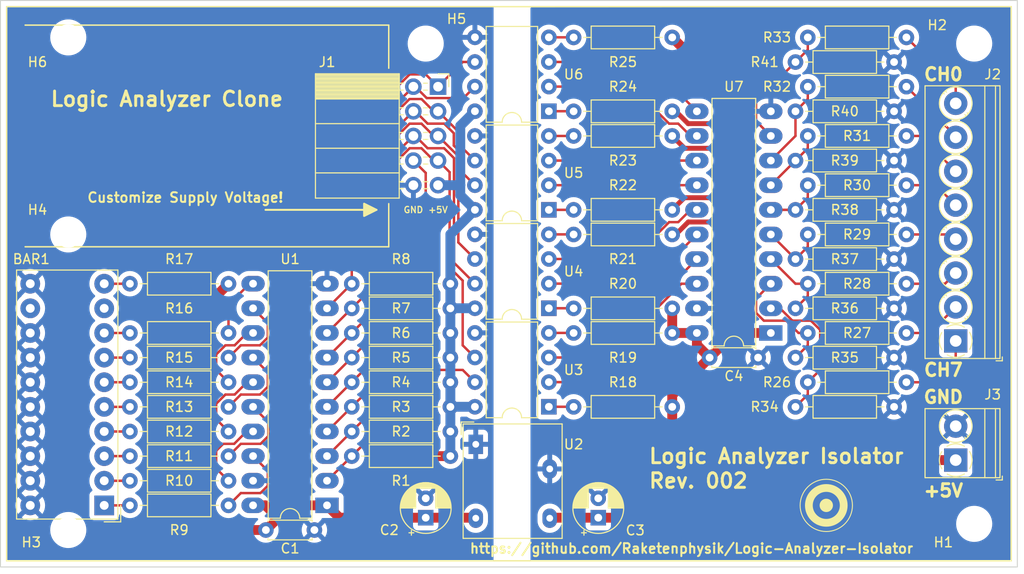
<source format=kicad_pcb>
(kicad_pcb (version 20211014) (generator pcbnew)
  (title_block (title "Logic Analyzer Isolator") (date "2021-12-29") (rev "001"))
  (layers (0 "F.Cu" signal) (31 "B.Cu" signal) (34 "B.Paste" user) (35 "F.Paste" user) (36 "B.SilkS" user "B.Silkscreen") (37 "F.SilkS" user "F.Silkscreen") (38 "B.Mask" user) (39 "F.Mask" user) (44 "Edge.Cuts" user))
  (net 0 "")
  (net 1 "Net-(BAR1-Pad1)")
  (net 2 "Net-(BAR1-Pad2)")
  (net 3 "Net-(BAR1-Pad3)")
  (net 4 "Net-(BAR1-Pad4)")
  (net 5 "GND")
  (net 6 "Net-(BAR1-Pad5)")
  (net 7 "Net-(BAR1-Pad6)")
  (net 8 "Net-(BAR1-Pad7)")
  (net 9 "Net-(BAR1-Pad8)")
  (net 11 "Net-(BAR1-Pad10)")
  (net 13 "+5V")
  (net 14 "+5VD")
  (net 15 "GNDD")
  (net 16 "Net-(J2-Pad8)")
  (net 17 "Net-(R10-Pad2)")
  (net 18 "Net-(R12-Pad2)")
  (net 19 "Net-(R14-Pad2)")
  (net 20 "Net-(R16-Pad2)")
  (net 21 "Net-(R9-Pad2)")
  (net 22 "Net-(R18-Pad2)")
  (net 23 "Net-(R19-Pad2)")
  (net 24 "Net-(R20-Pad2)")
  (net 25 "Net-(R21-Pad2)")
  (net 26 "Net-(R22-Pad2)")
  (net 27 "Net-(R24-Pad2)")
  (net 28 "Net-(R26-Pad2)")
  (net 29 "Net-(R27-Pad2)")
  (net 30 "Net-(R28-Pad2)")
  (net 31 "Net-(R29-Pad2)")
  (net 32 "Net-(R30-Pad2)")
  (net 33 "Net-(R31-Pad2)")
  (net 34 "Net-(R32-Pad2)")
  (net 35 "Net-(R33-Pad2)")
  (net 36 "Net-(R23-Pad2)")
  (net 37 "/CH0")
  (net 38 "/CH1")
  (net 39 "/CH2")
  (net 40 "/CH3")
  (net 41 "/CH4")
  (net 42 "Net-(J2-Pad1)")
  (net 43 "Net-(J2-Pad2)")
  (net 44 "Net-(J2-Pad3)")
  (net 45 "Net-(J2-Pad4)")
  (net 46 "Net-(J2-Pad5)")
  (net 47 "Net-(J2-Pad6)")
  (net 48 "Net-(J2-Pad7)")
  (net 49 "Net-(R25-Pad2)")
  (net 50 "/CH5")
  (net 51 "/CH6")
  (net 52 "Net-(R11-Pad2)")
  (net 53 "Net-(R13-Pad2)")
  (net 54 "Net-(R15-Pad2)")
  (net 55 "Net-(U3-Pad2)")
  (net 56 "Net-(U3-Pad3)")
  (net 57 "Net-(U4-Pad2)")
  (net 58 "Net-(U4-Pad3)")
  (net 59 "Net-(U5-Pad2)")
  (net 60 "Net-(U5-Pad3)")
  (net 61 "Net-(U6-Pad2)")
  (net 62 "Net-(U6-Pad3)")
  (net 63 "/CH7")
  (footprint "LIB_Logic-Analyzer-Isolator:R_Axial_DIN0207_L6.3mm_D2.5mm_P10.16mm_Horizontal" (layer "F.Cu") (at 109.22 106.68)
    (fp_text reference "R15")
    (fp_text value "330..390")
  )
  (footprint "MountingHole:MountingHole_2.7mm_M2.5" (layer "F.Cu") (at 196.215 74.295)
    (fp_text reference "H2")
    (fp_text value "MountingHole")
  )
  (footprint "LIB_Logic-Analyzer-Isolator:R_Axial_DIN0207_L6.3mm_D2.5mm_P10.16mm_Horizontal" (layer "F.Cu") (at 165.1 83.82 180)
    (fp_text reference "R23")
    (fp_text value "330..470")
  )
  (footprint "MountingHole:MountingHole_2.7mm_M2.5" (layer "F.Cu") (at 196.215 123.825)
    (fp_text reference "H1")
    (fp_text value "MountingHole")
  )
  (footprint "LIB_Logic-Analyzer-Isolator:R_Axial_DIN0207_L6.3mm_D2.5mm_P10.16mm_Horizontal" (layer "F.Cu") (at 189.23 73.66 180)
    (fp_text reference "R33")
    (fp_text value "1k")
  )
  (footprint "LIB_Logic-Analyzer-Isolator:R_Axial_DIN0207_L6.3mm_D2.5mm_P10.16mm_Horizontal" (layer "F.Cu") (at 165.1 81.28 180)
    (fp_text reference "R24")
    (fp_text value "330..470")
  )
  (footprint "LIB_Logic-Analyzer-Isolator:R_Axial_DIN0207_L6.3mm_D2.5mm_P10.16mm_Horizontal" (layer "F.Cu") (at 165.1 101.6 180)
    (fp_text reference "R20")
    (fp_text value "330..470")
  )
  (footprint "LIB_Logic-Analyzer-Isolator:R_Axial_DIN0207_L6.3mm_D2.5mm_P10.16mm_Horizontal" (layer "F.Cu") (at 109.22 121.92)
    (fp_text reference "R9")
    (fp_text value "330..390")
  )
  (footprint "LIB_Logic-Analyzer-Isolator:R_Axial_DIN0207_L6.3mm_D2.5mm_P10.16mm_Horizontal" (layer "F.Cu") (at 187.96 91.44 180)
    (fp_text reference "R38")
    (fp_text value "1M")
  )
  (footprint "LIB_Logic-Analyzer-Isolator:R_Axial_DIN0207_L6.3mm_D2.5mm_P10.16mm_Horizontal" (layer "F.Cu") (at 165.1 104.14 180)
    (fp_text reference "R19")
    (fp_text value "330..470")
  )
  (footprint "TerminalBlock_Phoenix:TerminalBlock_Phoenix_PT-1,5-8-3.5-H_1x08_P3.50mm_Horizontal" (layer "F.Cu") (at 194.31 104.9604 90)
    (fp_text reference "J2")
    (fp_text value "Conn_01x08")
  )
  (footprint "LIB_Logic-Analyzer-Isolator:R_Axial_DIN0207_L6.3mm_D2.5mm_P10.16mm_Horizontal" (layer "F.Cu") (at 132.08 101.6)
    (fp_text reference "R7")
    (fp_text value "1k")
  )
  (footprint "TerminalBlock_Phoenix:TerminalBlock_Phoenix_PT-1,5-2-3.5-H_1x02_P3.50mm_Horizontal" (layer "F.Cu") (at 194.31 117.25 90)
    (fp_text reference "J3")
    (fp_text value "Conn_01x02")
  )
  (footprint "LIB_Logic-Analyzer-Isolator:C_Disc_D4.3mm_W1.9mm_P5.00mm" (layer "F.Cu") (at 168.95 106.68)
    (fp_text reference "C4")
    (fp_text value "100n")
  )
  (footprint "Connector_PinSocket_2.54mm:PinSocket_2x05_P2.54mm_Horizontal" (layer "F.Cu") (at 140.97 78.74)
    (fp_text reference "J1")
    (fp_text value "Conn_02x05")
  )
  (footprint "LIB_Logic-Analyzer-Isolator:R_Axial_DIN0207_L6.3mm_D2.5mm_P10.16mm_Horizontal" (layer "F.Cu") (at 109.22 104.14)
    (fp_text reference "R16")
    (fp_text value "330..390")
  )
  (footprint "LIB_Logic-Analyzer-Isolator:R_Axial_DIN0207_L6.3mm_D2.5mm_P10.16mm_Horizontal" (layer "F.Cu") (at 187.96 101.6 180)
    (fp_text reference "R36")
    (fp_text value "1M")
  )
  (footprint "LIB_Logic-Analyzer-Isolator:R_Axial_DIN0207_L6.3mm_D2.5mm_P10.16mm_Horizontal" (layer "F.Cu") (at 109.22 109.22)
    (fp_text reference "R14")
    (fp_text value "330..390")
  )
  (footprint "LIB_Logic-Analyzer-Isolator:R_Axial_DIN0207_L6.3mm_D2.5mm_P10.16mm_Horizontal" (layer "F.Cu") (at 132.08 114.3)
    (fp_text reference "R2")
    (fp_text value "1k")
  )
  (footprint "LIB_Logic-Analyzer-Isolator:C_Disc_D4.3mm_W1.9mm_P5.00mm" (layer "F.Cu") (at 123.23 124.46)
    (fp_text reference "C1")
    (fp_text value "100n")
  )
  (footprint "Display:HDSP-4830" (layer "F.Cu") (at 106.5725 121.92 180)
    (fp_text reference "BAR1")
    (fp_text value "HDSP-4830")
  )
  (footprint "LIB_Logic-Analyzer-Isolator:R_Axial_DIN0207_L6.3mm_D2.5mm_P10.16mm_Horizontal" (layer "F.Cu") (at 187.96 81.28 180)
    (fp_text reference "R40")
    (fp_text value "1M")
  )
  (footprint "LIB_Logic-Analyzer-Isolator:R_Axial_DIN0207_L6.3mm_D2.5mm_P10.16mm_Horizontal" (layer "F.Cu") (at 189.23 88.9 180)
    (fp_text reference "R30")
    (fp_text value "1k")
  )
  (footprint "MountingHole:MountingHole_2.7mm_M2.5" (layer "F.Cu") (at 102.87 73.66)
    (fp_text reference "H6")
    (fp_text value "MountingHole")
  )
  (footprint "Capacitor_THT:CP_Radial_D5.0mm_P2.00mm" (layer "F.Cu") (at 157.48 123.19 90)
    (fp_text reference "C3")
    (fp_text value "47u")
  )
  (footprint "LIB_Logic-Analyzer-Isolator:R_Axial_DIN0207_L6.3mm_D2.5mm_P10.16mm_Horizontal" (layer "F.Cu") (at 132.08 99.06)
    (fp_text reference "R8")
    (fp_text value "1k")
  )
  (footprint "Capacitor_THT:CP_Radial_D5.0mm_P2.00mm" (layer "F.Cu") (at 139.7 123.19 90)
    (fp_text reference "C2")
    (fp_text value "47u")
  )
  (footprint "LIB_Logic-Analyzer-Isolator:R_Axial_DIN0207_L6.3mm_D2.5mm_P10.16mm_Horizontal" (layer "F.Cu") (at 109.22 116.84)
    (fp_text reference "R11")
    (fp_text value "330..390")
  )
  (footprint "LIB_Logic-Analyzer-Isolator:R_Axial_DIN0207_L6.3mm_D2.5mm_P10.16mm_Horizontal" (layer "F.Cu") (at 132.08 104.14)
    (fp_text reference "R6")
    (fp_text value "1k")
  )
  (footprint "Converter_DCDC:Converter_DCDC_Murata_CRE1xxxxxxDC_THT" (layer "F.Cu") (at 144.8575 115.6225)
    (fp_text reference "U2")
    (fp_text value "SIM1-0505S")
  )
  (footprint "LIB_Logic-Analyzer-Isolator:R_Axial_DIN0207_L6.3mm_D2.5mm_P10.16mm_Horizontal" (layer "F.Cu") (at 132.08 111.76)
    (fp_text reference "R3")
    (fp_text value "1k")
  )
  (footprint "LIB_Logic-Analyzer-Isolator:DIP-8_W7.62mm" (layer "F.Cu") (at 152.39 81.27 180)
    (fp_text reference "U6")
    (fp_text value "HCPL-2631")
  )
  (footprint "LIB_Logic-Analyzer-Isolator:R_Axial_DIN0207_L6.3mm_D2.5mm_P10.16mm_Horizontal" (layer "F.Cu") (at 165.1 93.98 180)
    (fp_text reference "R21")
    (fp_text value "330..470")
  )
  (footprint "LIB_Logic-Analyzer-Isolator:R_Axial_DIN0207_L6.3mm_D2.5mm_P10.16mm_Horizontal" (layer "F.Cu") (at 189.23 93.98 180)
    (fp_text reference "R29")
    (fp_text value "1k")
  )
  (footprint "LIB_Logic-Analyzer-Isolator:R_Axial_DIN0207_L6.3mm_D2.5mm_P10.16mm_Horizontal" (layer "F.Cu") (at 132.08 109.22)
    (fp_text reference "R4")
    (fp_text value "1k")
  )
  (footprint "LIB_Logic-Analyzer-Isolator:R_Axial_DIN0207_L6.3mm_D2.5mm_P10.16mm_Horizontal" (layer "F.Cu") (at 189.23 109.22 180)
    (fp_text reference "R26")
    (fp_text value "1k")
  )
  (footprint "LIB_Logic-Analyzer-Isolator:R_Axial_DIN0207_L6.3mm_D2.5mm_P10.16mm_Horizontal" (layer "F.Cu") (at 187.96 106.68 180)
    (fp_text reference "R35")
    (fp_text value "1M")
  )
  (footprint "LIB_Logic-Analyzer-Isolator:DIP-8_W7.62mm" (layer "F.Cu") (at 152.39 101.59 180)
    (fp_text reference "U4")
    (fp_text value "HCPL-2631")
  )
  (footprint "LIB_Logic-Analyzer-Isolator:R_Axial_DIN0207_L6.3mm_D2.5mm_P10.16mm_Horizontal" (layer "F.Cu") (at 189.23 78.74 180)
    (fp_text reference "R32")
    (fp_text value "1k")
  )
  (footprint "LIB_Logic-Analyzer-Isolator:R_Axial_DIN0207_L6.3mm_D2.5mm_P10.16mm_Horizontal" (layer "F.Cu") (at 109.22 119.38)
    (fp_text reference "R10")
    (fp_text value "330..390")
  )
  (footprint "LIB_Logic-Analyzer-Isolator:R_Axial_DIN0207_L6.3mm_D2.5mm_P10.16mm_Horizontal" (layer "F.Cu") (at 109.22 99.06)
    (fp_text reference "R17")
    (fp_text value "330..390")
  )
  (footprint "LIB_Logic-Analyzer-Isolator:R_Axial_DIN0207_L6.3mm_D2.5mm_P10.16mm_Horizontal" (layer "F.Cu") (at 187.96 76.2 180)
    (fp_text reference "R41")
    (fp_text value "1M")
  )
  (footprint "LIB_Logic-Analyzer-Isolator:R_Axial_DIN0207_L6.3mm_D2.5mm_P10.16mm_Horizontal" (layer "F.Cu") (at 189.23 99.06 180)
    (fp_text reference "R28")
    (fp_text value "1k")
  )
  (footprint "LIB_Logic-Analyzer-Isolator:R_Axial_DIN0207_L6.3mm_D2.5mm_P10.16mm_Horizontal" (layer "F.Cu") (at 165.1 91.44 180)
    (fp_text reference "R22")
    (fp_text value "330..470")
  )
  (footprint "LIB_Logic-Analyzer-Isolator:DIP-20_W7.62mm_LongPads" (layer "F.Cu") (at 175.26 104.14 180)
    (fp_text reference "U7")
    (fp_text value "74HC245")
  )
  (footprint "MountingHole:MountingHole_2.7mm_M2.5" (layer "F.Cu") (at 102.87 93.98)
    (fp_text reference "H4")
    (fp_text value "MountingHole")
  )
  (footprint "LIB_Logic-Analyzer-Isolator:R_Axial_DIN0207_L6.3mm_D2.5mm_P10.16mm_Horizontal" (layer "F.Cu") (at 187.96 96.52 180)
    (fp_text reference "R37")
    (fp_text value "1M")
  )
  (footprint "LIB_Logic-Analyzer-Isolator:R_Axial_DIN0207_L6.3mm_D2.5mm_P10.16mm_Horizontal" (layer "F.Cu") (at 109.22 111.76)
    (fp_text reference "R13")
    (fp_text value "330..390")
  )
  (footprint "MountingHole:MountingHole_2.7mm_M2.5" (layer "F.Cu") (at 139.7 74.295)
    (fp_text reference "H5")
    (fp_text value "MountingHole")
  )
  (footprint "LIB_Logic-Analyzer-Isolator:DIP-8_W7.62mm" (layer "F.Cu") (at 152.39 111.75 180)
    (fp_text reference "U3")
    (fp_text value "HCPL-2631")
  )
  (footprint "LIB_Logic-Analyzer-Isolator:R_Axial_DIN0207_L6.3mm_D2.5mm_P10.16mm_Horizontal" (layer "F.Cu") (at 165.1 73.66 180)
    (fp_text reference "R25")
    (fp_text value "330..470")
  )
  (footprint "LIB_Logic-Analyzer-Isolator:R_Axial_DIN0207_L6.3mm_D2.5mm_P10.16mm_Horizontal" (layer "F.Cu") (at 132.08 106.68)
    (fp_text reference "R5")
    (fp_text value "1k")
  )
  (footprint "MountingHole:MountingHole_2.7mm_M2.5" (layer "F.Cu") (at 102.87 124.46)
    (fp_text reference "H3")
    (fp_text value "MountingHole")
  )
  (footprint "LIB_Logic-Analyzer-Isolator:R_Axial_DIN0207_L6.3mm_D2.5mm_P10.16mm_Horizontal" (layer "F.Cu") (at 132.08 116.84)
    (fp_text reference "R1")
    (fp_text value "1k")
  )
  (footprint "LIB_Logic-Analyzer-Isolator:R_Axial_DIN0207_L6.3mm_D2.5mm_P10.16mm_Horizontal" (layer "F.Cu") (at 189.23 104.14 180)
    (fp_text reference "R27")
    (fp_text value "1k")
  )
  (footprint "LIB_Logic-Analyzer-Isolator:DIP-20_W7.62mm_LongPads" (layer "F.Cu") (at 129.53 121.915 180)
    (fp_text reference "U1")
    (fp_text value "74HC245")
  )
  (footprint "LIB_Logic-Analyzer-Isolator:R_Axial_DIN0207_L6.3mm_D2.5mm_P10.16mm_Horizontal" (layer "F.Cu") (at 187.96 86.36 180)
    (fp_text reference "R39")
    (fp_text value "1M")
  )
  (footprint "LIB_Logic-Analyzer-Isolator:R_Axial_DIN0207_L6.3mm_D2.5mm_P10.16mm_Horizontal" (layer "F.Cu") (at 187.96 111.76 180)
    (fp_text reference "R34")
    (fp_text value "1M")
  )
  (footprint "LIB_Logic-Analyzer-Isolator:R_Axial_DIN0207_L6.3mm_D2.5mm_P10.16mm_Horizontal" (layer "F.Cu") (at 165.1 111.76 180)
    (fp_text reference "R18")
    (fp_text value "330..470")
  )
  (footprint "LIB_Logic-Analyzer-Isolator:R_Axial_DIN0207_L6.3mm_D2.5mm_P10.16mm_Horizontal" (layer "F.Cu") (at 109.22 114.3)
    (fp_text reference "R12")
    (fp_text value "330..390")
  )
  (footprint "LIB_Logic-Analyzer-Isolator:DIP-8_W7.62mm" (layer "F.Cu") (at 152.39 91.44 180)
    (fp_text reference "U5")
    (fp_text value "HCPL-2631")
  )
  (footprint "LIB_Logic-Analyzer-Isolator:R_Axial_DIN0207_L6.3mm_D2.5mm_P10.16mm_Horizontal" (layer "F.Cu") (at 189.23 83.82 180)
    (fp_text reference "R31")
    (fp_text value "1k")
  )
  (gr_poly (pts (xy 134.62 91.44) (xy 133.35 92.075) (xy 133.35 90.805)) (layer "F.SilkS") (width 0.2) (fill solid))
  (gr_line (start 200.025 127.635) (end 96.52 127.635) (layer "F.SilkS") (width 0.15))
  (gr_line (start 200.025 70.485) (end 200.025 127.635) (layer "F.SilkS") (width 0.15))
  (gr_circle (center 180.975 121.92) (end 181.562153 121.92) (layer "F.SilkS") (width 0.2) (fill solid))
  (gr_line (start 98.425 72.39) (end 135.89 72.39) (layer "F.SilkS") (width 0.15))
  (gr_line (start 96.52 127.635) (end 96.52 70.485) (layer "F.SilkS") (width 0.15))
  (gr_line (start 135.89 72.39) (end 135.89 76.835) (layer "F.SilkS") (width 0.15))
  (gr_line (start 135.89 95.25) (end 135.89 90.805) (layer "F.SilkS") (width 0.15))
  (gr_circle (center 180.975 121.92) (end 183.669077 121.92) (layer "F.SilkS") (width 0.1) (fill none))
  (gr_line (start 98.425 95.25) (end 135.89 95.25) (layer "F.SilkS") (width 0.15))
  (gr_line (start 123.19 91.44) (end 134.62 91.44) (layer "F.SilkS") (width 0.2))
  (gr_line (start 96.52 70.485) (end 200.025 70.485) (layer "F.SilkS") (width 0.15))
  (gr_circle (center 180.975 121.92) (end 182.771051 121.92) (layer "F.SilkS") (width 0.8) (fill none))
  (gr_rect (start 200.66 128.27) (end 95.885 69.85) (layer "Edge.Cuts") (width 0.1) (fill none))
  (gr_text "Logic Analyzer Isolator" (at 162.56 116.84) (layer "F.SilkS") (effects (font (size 1.5 1.5) (thickness 0.3)) (justify left)))
  (gr_text "CH7" (at 193.04 107.95) (layer "F.SilkS") (effects (font (size 1.3 1.3) (thickness 0.3))))
  (gr_text "+5V" (at 140.97 91.44) (layer "F.SilkS") (effects (font (size 0.65 0.65) (thickness 0.125))))
  (gr_text "Logic Analyzer Clone" (at 113.03 80.01) (layer "F.SilkS") (effects (font (size 1.5 1.5) (thickness 0.3))))
  (gr_text "CH0" (at 193.04 77.47) (layer "F.SilkS") (effects (font (size 1.3 1.3) (thickness 0.3))))
  (gr_text "https://github.com/Raketenphysik/Logic-Analyzer-Isolator" (at 144.145 126.365) (layer "F.SilkS") (effects (font (size 1 1) (thickness 0.2)) (justify left)))
  (gr_text "Customize Supply Voltage!" (at 114.935 90.17) (layer "F.SilkS") (effects (font (size 1 1) (thickness 0.2))))
  (gr_text "GND" (at 138.43 91.44) (layer "F.SilkS") (effects (font (size 0.65 0.65) (thickness 0.125))))
  (gr_text "+5V" (at 193.04 120.396) (layer "F.SilkS") (effects (font (size 1.3 1.3) (thickness 0.3))))
  (gr_text "Rev. 002" (at 162.56 119.38) (layer "F.SilkS") (effects (font (size 1.5 1.5) (thickness 0.3)) (justify left)))
  (gr_text "GND" (at 193.04 110.744) (layer "F.SilkS") (effects (font (size 1.3 1.3) (thickness 0.3))))
  (segment (start 106.5725 121.92) (end 109.22 121.92) (width 0.25) (layer "F.Cu") (net 1))
  (segment (start 106.5725 119.38) (end 109.22 119.38) (width 0.25) (layer "F.Cu") (net 2))
  (segment (start 106.5725 116.84) (end 109.22 116.84) (width 0.25) (layer "F.Cu") (net 3))
  (segment (start 106.5725 114.3) (end 109.22 114.3) (width 0.25) (layer "F.Cu") (net 4))
  (segment (start 106.5725 111.76) (end 109.22 111.76) (width 0.25) (layer "F.Cu") (net 6))
  (segment (start 106.5725 109.22) (end 109.22 109.22) (width 0.25) (layer "F.Cu") (net 7))
  (segment (start 106.5725 106.68) (end 109.22 106.68) (width 0.25) (layer "F.Cu") (net 8))
  (segment (start 106.5725 104.14) (end 109.22 104.14) (width 0.25) (layer "F.Cu") (net 9))
  (segment (start 106.5725 99.06) (end 109.22 99.06) (width 0.25) (layer "F.Cu") (net 11))
  (segment (start 119.38 99.06) (end 116.909498 101.530502) (width 1.016) (layer "F.Cu") (net 13))
  (segment (start 123.185 121.915) (end 124.48 123.21) (width 1.016) (layer "F.Cu") (net 13))
  (segment (start 129.529992 121.914996) (end 125.775009 121.914996) (width 1.016) (layer "F.Cu") (net 13))
  (segment (start 144.8575 123.19) (end 139.7 123.19) (width 1.016) (layer "F.Cu") (net 13))
  (segment (start 142.24 116.84) (end 139.410208 116.84) (width 1.016) (layer "F.Cu") (net 13))
  (segment (start 116.909498 122.33414) (end 119.035358 124.46) (width 1.016) (layer "F.Cu") (net 13))
  (segment (start 124.48 123.21) (end 123.23 124.46) (width 1.016) (layer "F.Cu") (net 13))
  (segment (start 130.805 123.19) (end 129.53 121.915) (width 1.016) (layer "F.Cu") (net 13))
  (segment (start 136.20914 123.19) (end 139.7 123.19) (width 1.016) (layer "F.Cu") (net 13))
  (segment (start 139.410208 116.84) (end 135.735514 120.514694) (width 1.016) (layer "F.Cu") (net 13))
  (segment (start 130.805 123.19) (end 136.20914 123.19) (width 1.016) (layer "F.Cu") (net 13))
  (segment (start 116.909498 101.530502) (end 116.909498 122.33414) (width 1.016) (layer "F.Cu") (net 13))
  (segment (start 119.035358 124.46) (end 123.23 124.46) (width 1.016) (layer "F.Cu") (net 13))
  (segment (start 135.735514 120.514694) (end 135.735514 122.716374) (width 1.016) (layer "F.Cu") (net 13))
  (segment (start 121.91 121.915) (end 123.185 121.915) (width 1.016) (layer "F.Cu") (net 13))
  (segment (start 125.775 121.915) (end 124.48 123.21) (width 1.016) (layer "F.Cu") (net 13))
  (segment (start 142.24 116.84) (end 142.24 114.3) (width 1.016) (layer "B.Cu") (net 13))
  (segment (start 142.24 106.68) (end 142.24 104.14) (width 1.016) (layer "B.Cu") (net 13))
  (segment (start 142.24 99.06) (end 142.24 93.97) (width 1.016) (layer "B.Cu") (net 13))
  (segment (start 142.25 101.59) (end 142.24 101.6) (width 0.25) (layer "B.Cu") (net 13))
  (segment (start 144.77 111.75) (end 142.25 111.75) (width 1.016) (layer "B.Cu") (net 13))
  (segment (start 142.24 111.76) (end 142.24 109.22) (width 1.016) (layer "B.Cu") (net 13))
  (segment (start 142.24 93.97) (end 144.77 91.44) (width 1.016) (layer "B.Cu") (net 13))
  (segment (start 142.24 101.6) (end 142.24 99.06) (width 1.016) (layer "B.Cu") (net 13))
  (segment (start 143.262489 82.777511) (end 144.77 81.27) (width 1.016) (layer "B.Cu") (net 13))
  (segment (start 144.77 91.44) (end 143.262489 89.932489) (width 1.016) (layer "B.Cu") (net 13))
  (segment (start 142.24 104.14) (end 142.24 101.6) (width 1.016) (layer "B.Cu") (net 13))
  (segment (start 140.97 88.9) (end 143.242466 88.9) (width 1.016) (layer "B.Cu") (net 13))
  (segment (start 144.769992 101.589992) (end 142.250008 101.589992) (width 1.016) (layer "B.Cu") (net 13))
  (segment (start 143.262489 88.879977) (end 143.262489 82.777511) (width 1.016) (layer "B.Cu") (net 13))
  (segment (start 142.24 109.22) (end 142.24 106.68) (width 1.016) (layer "B.Cu") (net 13))
  (segment (start 143.262489 89.932489) (end 143.262489 88.879977) (width 1.016) (layer "B.Cu") (net 13))
  (segment (start 143.242466 88.9) (end 143.262489 88.879977) (width 1.016) (layer "B.Cu") (net 13))
  (segment (start 142.24 114.3) (end 142.24 111.76) (width 1.016) (layer "B.Cu") (net 13))
  (segment (start 171.45 104.1) (end 171.49 104.14) (width 1.016) (layer "F.Cu") (net 14))
  (segment (start 194.31 117.25) (end 166.78 117.25) (width 1.016) (layer "F.Cu") (net 14))
  (segment (start 171.45 90.883697) (end 171.45 92.097672) (width 1.016) (layer "F.Cu") (net 14))
  (segment (start 166.35352 90.18648) (end 170.815 90.18648) (width 0.508) (layer "F.Cu") (net 14))
  (segment (start 170.815 90.248697) (end 171.45 90.883697) (width 1.016) (layer "F.Cu") (net 14))
  (segment (start 167.64 105.37) (end 168.95 106.68) (width 1.016) (layer "F.Cu") (net 14))
  (segment (start 171.45 92.097672) (end 170.815 92.732672) (width 1.016) (layer "F.Cu") (net 14))
  (segment (start 165.1 81.28) (end 165.467256 81.28) (width 0.508) (layer "F.Cu") (net 14))
  (segment (start 165.1 73.66) (end 171.45 80.01) (width 1.016) (layer "F.Cu") (net 14))
  (segment (start 171.49 104.14) (end 168.95 106.68) (width 1.016) (layer "F.Cu") (net 14))
  (segment (start 165.1 101.6) (end 165.1 104.14) (width 1.016) (layer "F.Cu") (net 14))
  (segment (start 171.45 81.915) (end 170.815 82.55) (width 1.016) (layer "F.Cu") (net 14))
  (segment (start 166.753099 92.694157) (end 170.799157 92.694157) (width 0.508) (layer "F.Cu") (net 14))
  (segment (start 165.467256 81.28) (end 166.737256 82.55) (width 0.508) (layer "F.Cu") (net 14))
  (segment (start 165.1 111.76) (end 165.1 110.53) (width 1.016) (layer "F.Cu") (net 14))
  (segment (start 165.1 91.44) (end 166.35352 90.18648) (width 0.508) (layer "F.Cu") (net 14))
  (segment (start 170.815 82.55) (end 171.45 83.185) (width 1.016) (layer "F.Cu") (net 14))
  (segment (start 160.84 123.19) (end 166.78 117.25) (width 1.016) (layer "F.Cu") (net 14))
  (segment (start 171.45 84.455) (end 170.815 85.09) (width 1.016) (layer "F.Cu") (net 14))
  (segment (start 170.815 85.09) (end 171.45 85.725) (width 1.016) (layer "F.Cu") (net 14))
  (segment (start 165.1 110.53) (end 168.95 106.68) (width 1.016) (layer "F.Cu") (net 14))
  (segment (start 167.64 104.14) (end 167.64 105.37) (width 1.016) (layer "F.Cu") (net 14))
  (segment (start 165.1 83.82) (end 166.37 85.09) (width 0.508) (layer "F.Cu") (net 14))
  (segment (start 170.815 92.71) (end 171.45 93.345) (width 1.016) (layer "F.Cu") (net 14))
  (segment (start 171.45 83.185) (end 171.45 84.455) (width 1.016) (layer "F.Cu") (net 14))
  (segment (start 165.1 115.57) (end 165.1 111.76) (width 1.016) (layer "F.Cu") (net 14))
  (segment (start 157.48 123.19) (end 160.84 123.19) (width 1.016) (layer "F.Cu") (net 14))
  (segment (start 166.78 117.25) (end 165.1 115.57) (width 1.016) (layer "F.Cu") (net 14))
  (segment (start 165.467256 93.98) (end 166.753099 92.694157) (width 0.508) (layer "F.Cu") (net 14))
  (segment (start 166.737256 82.55) (end 170.815 82.55) (width 0.508) (layer "F.Cu") (net 14))
  (segment (start 171.45 93.345) (end 171.45 104.1) (width 1.016) (layer "F.Cu") (net 14))
  (segment (start 171.45 89.542117) (end 170.815 90.177117) (width 1.016) (layer "F.Cu") (net 14))
  (segment (start 175.26 104.14) (end 171.49 104.14) (width 1.016) (layer "F.Cu") (net 14))
  (segment (start 171.45 85.725) (end 171.45 89.542117) (width 1.016) (layer "F.Cu") (net 14))
  (segment (start 171.45 80.01) (end 171.45 81.915) (width 1.016) (layer "F.Cu") (net 14))
  (segment (start 165.1 93.98) (end 165.467256 93.98) (width 0.508) (layer "F.Cu") (net 14))
  (segment (start 166.37 85.09) (end 170.815 85.09) (width 0.508) (layer "F.Cu") (net 14))
  (segment (start 165.1 104.14) (end 167.64 104.14) (width 1.016) (layer "F.Cu") (net 14))
  (segment (start 157.48 123.19) (end 152.4775 123.19) (width 1.016) (layer "F.Cu") (net 14))
  (segment (start 194.31 80.4604) (end 194.31 78.74) (width 0.25) (layer "F.Cu") (net 16))
  (segment (start 194.31 78.74) (end 189.23 73.66) (width 0.25) (layer "F.Cu") (net 16))
  (segment (start 118.11 118.11) (end 118.11 116.29171) (width 0.25) (layer "F.Cu") (net 17))
  (segment (start 119.38 119.38) (end 118.11 118.11) (width 0.25) (layer "F.Cu") (net 17))
  (segment (start 118.11 116.29171) (end 118.83171 115.57) (width 0.25) (layer "F.Cu") (net 17))
  (segment (start 121.241134 114.294996) (end 121.909992 114.294996) (width 0.25) (layer "F.Cu") (net 17))
  (segment (start 118.83171 115.57) (end 119.966144 115.57) (width 0.25) (layer "F.Cu") (net 17))
  (segment (start 119.966144 115.57) (end 121.241144 114.295) (width 0.25) (layer "F.Cu") (net 17))
  (segment (start 118.11 113.03) (end 118.11 111.4397) (width 0.25) (layer "F.Cu") (net 18))
  (segment (start 120.014282 110.49) (end 121.289282 109.215) (width 0.25) (layer "F.Cu") (net 18))
  (segment (start 121.289293 109.214996) (end 121.909992 109.214996) (width 0.25) (layer "F.Cu") (net 18))
  (segment (start 118.11 111.4397) (end 119.0597 110.49) (width 0.25) (layer "F.Cu") (net 18))
  (segment (start 119.38 114.3) (end 118.11 113.03) (width 0.25) (layer "F.Cu") (net 18))
  (segment (start 119.0597 110.49) (end 120.014282 110.49) (width 0.25) (layer "F.Cu") (net 18))
  (segment (start 120.014282 105.41) (end 121.289282 104.135) (width 0.25) (layer "F.Cu") (net 19))
  (segment (start 118.11 107.95) (end 118.11 106.3597) (width 0.25) (layer "F.Cu") (net 19))
  (segment (start 119.0597 105.41) (end 120.014282 105.41) (width 0.25) (layer "F.Cu") (net 19))
  (segment (start 119.38 109.22) (end 118.11 107.95) (width 0.25) (layer "F.Cu") (net 19))
  (segment (start 121.289293 104.134996) (end 121.909992 104.134996) (width 0.25) (layer "F.Cu") (net 19))
  (segment (start 118.11 106.3597) (end 119.0597 105.41) (width 0.25) (layer "F.Cu") (net 19))
  (segment (start 119.38 104.14) (end 119.38 101.232344) (width 0.25) (layer "F.Cu") (net 20))
  (segment (start 119.38 101.232344) (end 121.557344 99.055) (width 0.25) (layer "F.Cu") (net 20))
  (segment (start 121.557344 99.055) (end 121.91 99.055) (width 0.25) (layer "F.Cu") (net 20))
  (segment (start 119.38 121.92) (end 120.65 120.65) (width 0.25) (layer "F.Cu") (net 21))
  (segment (start 123.43452 118.35952) (end 121.91 116.835) (width 0.25) (layer "F.Cu") (net 21))
  (segment (start 123.43452 119.885821) (end 123.43452 118.35952) (width 0.25) (layer "F.Cu") (net 21))
  (segment (start 120.65 120.65) (end 122.670341 120.65) (width 0.25) (layer "F.Cu") (net 21))
  (segment (start 122.670341 120.65) (end 123.43452 119.885821) (width 0.25) (layer "F.Cu") (net 21))
  (segment (start 152.39 111.75) (end 154.93 111.75) (width 0.25) (layer "F.Cu") (net 22))
  (segment (start 152.39 104.13) (end 154.93 104.13) (width 0.25) (layer "F.Cu") (net 23))
  (segment (start 152.39 101.59) (end 154.93 101.59) (width 0.25) (layer "F.Cu") (net 24))
  (segment (start 152.39 93.97) (end 154.93 93.97) (width 0.25) (layer "F.Cu") (net 25))
  (segment (start 152.39 91.44) (end 154.94 91.44) (width 0.25) (layer "F.Cu") (net 26))
  (segment (start 152.39 81.27) (end 154.93 81.27) (width 0.25) (layer "F.Cu") (net 27))
  (segment (start 177.8 111.76) (end 179.07 110.49) (width 0.25) (layer "F.Cu") (net 28))
  (segment (start 176.2097 101.6) (end 177.4797 102.87) (width 0.25) (layer "F.Cu") (net 28))
  (segment (start 175.26 101.6) (end 176.209706 101.6) (width 0.25) (layer "F.Cu") (net 28))
  (segment (start 180.34 103.8197) (end 180.34 107.95) (width 0.25) (layer "F.Cu") (net 28))
  (segment (start 177.4797 102.87) (end 179.3903 102.87) (width 0.25) (layer "F.Cu") (net 28))
  (segment (start 179.07 110.49) (end 179.07 109.22) (width 0.25) (layer "F.Cu") (net 28))
  (segment (start 180.34 107.95) (end 179.07 109.22) (width 0.25) (layer "F.Cu") (net 28))
  (segment (start 179.3903 102.87) (end 180.34 103.8197) (width 0.25) (layer "F.Cu") (net 28))
  (segment (start 173.73548 100.58452) (end 173.73548 102.065791) (width 0.25) (layer "F.Cu") (net 29))
  (segment (start 174.539689 102.87) (end 176.843996 102.87) (width 0.25) (layer "F.Cu") (net 29))
  (segment (start 178.113996 104.14) (end 179.07 104.14) (width 0.25) (layer "F.Cu") (net 29))
  (segment (start 177.8 106.68) (end 179.07 105.41) (width 0.25) (layer "F.Cu") (net 29))
  (segment (start 176.843996 102.87) (end 178.113996 104.14) (width 0.25) (layer "F.Cu") (net 29))
  (segment (start 173.73548 102.065791) (end 174.539689 102.87) (width 0.25) (layer "F.Cu") (net 29))
  (segment (start 175.26 99.06) (end 173.73548 100.58452) (width 0.25) (layer "F.Cu") (net 29))
  (segment (start 179.07 105.41) (end 179.07 104.14) (width 0.25) (layer "F.Cu") (net 29))
  (segment (start 179.07 100.33) (end 179.07 99.06) (width 0.25) (layer "F.Cu") (net 30))
  (segment (start 175.26 96.52) (end 177.8 99.06) (width 0.25) (layer "F.Cu") (net 30))
  (segment (start 177.8 101.6) (end 179.07 100.33) (width 0.25) (layer "F.Cu") (net 30))
  (segment (start 177.8 99.06) (end 179.07 99.06) (width 0.25) (layer "F.Cu") (net 30))
  (segment (start 179.07 95.25) (end 179.07 93.98) (width 0.25) (layer "F.Cu") (net 31))
  (segment (start 177.8 96.52) (end 179.07 95.25) (width 0.25) (layer "F.Cu") (net 31))
  (segment (start 175.26 93.98) (end 177.8 96.52) (width 0.25) (layer "F.Cu") (net 31))
  (segment (start 179.07 90.17) (end 179.07 88.9) (width 0.25) (layer "F.Cu") (net 32))
  (segment (start 175.26 91.44) (end 177.8 91.44) (width 0.25) (layer "F.Cu") (net 32))
  (segment (start 177.8 91.44) (end 179.07 90.17) (width 0.25) (layer "F.Cu") (net 32))
  (segment (start 177.8 86.36) (end 179.07 85.09) (width 0.25) (layer "F.Cu") (net 33))
  (segment (start 175.26 88.9) (end 177.8 86.36) (width 0.25) (layer "F.Cu") (net 33))
  (segment (start 179.07 85.09) (end 179.07 83.82) (width 0.25) (layer "F.Cu") (net 33))
  (segment (start 177.8 81.28) (end 179.07 80.01) (width 0.25) (layer "F.Cu") (net 34))
  (segment (start 179.07 80.01) (end 179.07 78.74) (width 0.25) (layer "F.Cu") (net 34))
  (segment (start 177.8 83.82) (end 177.8 81.28) (width 0.25) (layer "F.Cu") (net 34))
  (segment (start 175.26 86.36) (end 177.8 83.82) (width 0.25) (layer "F.Cu") (net 34))
  (segment (start 177.8 76.2) (end 179.07 74.93) (width 0.25) (layer "F.Cu") (net 35))
  (segment (start 173.73548 82.29548) (end 173.73548 80.26452) (width 0.25) (layer "F.Cu") (net 35))
  (segment (start 175.26 83.82) (end 173.73548 82.29548) (width 0.25) (layer "F.Cu") (net 35))
  (segment (start 179.07 74.93) (end 179.07 73.66) (width 0.25) (layer "F.Cu") (net 35))
  (segment (start 173.73548 80.26452) (end 177.8 76.2) (width 0.25) (layer "F.Cu") (net 35))
  (segment (start 152.39 83.82) (end 154.94 83.82) (width 0.25) (layer "F.Cu") (net 36))
  (segment (start 143.52 76.19) (end 140.97 78.74) (width 0.25) (layer "F.Cu") (net 37))
  (segment (start 129.53 101.595) (end 129.545 101.595) (width 0.25) (layer "F.Cu") (net 37))
  (segment (start 132.08 83.42899) (end 138.03899 77.47) (width 0.25) (layer "F.Cu") (net 37))
  (segment (start 138.03899 77.47) (end 139.7 77.47) (width 0.25) (layer "F.Cu") (net 37))
  (segment (start 132.08 99.06) (end 132.08 83.42899) (width 0.25) (layer "F.Cu") (net 37))
  (segment (start 129.545 101.595) (end 132.08 99.06) (width 0.25) (layer "F.Cu") (net 37))
  (segment (start 144.77 76.19) (end 143.52 76.19) (width 0.25) (layer "F.Cu") (net 37))
  (segment (start 139.7 77.47) (end 140.97 78.74) (width 0.25) (layer "F.Cu") (net 37))
  (segment (start 139.80072 79.914511) (end 138.626209 78.74) (width 0.25) (layer "F.Cu") (net 38))
  (segment (start 143.585489 79.914511) (end 139.80072 79.914511) (width 0.25) (layer "F.Cu") (net 38))
  (segment (start 134.008536 83.161464) (end 138.43 78.74) (width 0.25) (layer "F.Cu") (net 38))
  (segment (start 138.626209 78.74) (end 138.43 78.74) (width 0.25) (layer "F.Cu") (net 38))
  (segment (start 144.77 78.73) (end 143.585489 79.914511) (width 0.25) (layer "F.Cu") (net 38))
  (segment (start 134.008536 99.671464) (end 134.008536 83.161464) (width 0.25) (layer "F.Cu") (net 38))
  (segment (start 129.545 104.135) (end 132.08 101.6) (width 0.25) (layer "F.Cu") (net 38))
  (segment (start 129.53 104.135) (end 129.545 104.135) (width 0.25) (layer "F.Cu") (net 38))
  (segment (start 132.08 101.6) (end 134.008536 99.671464) (width 0.25) (layer "F.Cu") (net 38))
  (segment (start 132.08 104.14) (end 134.458046 101.761954) (width 0.25) (layer "F.Cu") (net 39))
  (segment (start 138.031353 80.013917) (end 139.264422 80.013917) (width 0.25) (layer "F.Cu") (net 39))
  (segment (start 129.545 106.675) (end 132.08 104.14) (width 0.25) (layer "F.Cu") (net 39))
  (segment (start 134.458046 101.761954) (end 134.458046 83.587224) (width 0.25) (layer "F.Cu") (net 39))
  (segment (start 144.77 86.348592) (end 143.043532 84.622124) (width 0.25) (layer "F.Cu") (net 39))
  (segment (start 129.53 106.675) (end 129.545 106.675) (width 0.25) (layer "F.Cu") (net 39))
  (segment (start 144.77 86.36) (end 144.77 86.348592) (width 0.25) (layer "F.Cu") (net 39))
  (segment (start 143.043532 84.622124) (end 143.043532 83.353532) (width 0.25) (layer "F.Cu") (net 39))
  (segment (start 143.043532 83.353532) (end 140.97 81.28) (width 0.25) (layer "F.Cu") (net 39))
  (segment (start 134.458046 83.587224) (end 138.031353 80.013917) (width 0.25) (layer "F.Cu") (net 39))
  (segment (start 140.530505 81.28) (end 140.97 81.28) (width 0.25) (layer "F.Cu") (net 39))
  (segment (start 139.264422 80.013917) (end 140.530505 81.28) (width 0.25) (layer "F.Cu") (net 39))
  (segment (start 143.510403 87.640403) (end 143.510403 85.724699) (width 0.25) (layer "F.Cu") (net 40))
  (segment (start 142.594021 83.539725) (end 141.604296 82.55) (width 0.25) (layer "F.Cu") (net 40))
  (segment (start 129.53 109.215) (end 129.545 109.215) (width 0.25) (layer "F.Cu") (net 40))
  (segment (start 138.626209 81.28) (end 138.43 81.28) (width 0.25) (layer "F.Cu") (net 40))
  (segment (start 129.545 109.215) (end 132.08 106.68) (width 0.25) (layer "F.Cu") (net 40))
  (segment (start 132.08 106.68) (end 134.907557 103.852443) (width 0.25) (layer "F.Cu") (net 40))
  (segment (start 143.510403 85.724699) (end 142.594021 84.808317) (width 0.25) (layer "F.Cu") (net 40))
  (segment (start 139.896209 82.55) (end 138.626209 81.28) (width 0.25) (layer "F.Cu") (net 40))
  (segment (start 142.594021 84.808317) (end 142.594021 83.539725) (width 0.25) (layer "F.Cu") (net 40))
  (segment (start 144.77 88.9) (end 143.510403 87.640403) (width 0.25) (layer "F.Cu") (net 40))
  (segment (start 134.907557 103.852443) (end 134.90756 84.80244) (width 0.25) (layer "F.Cu") (net 40))
  (segment (start 134.90756 84.80244) (end 138.43 81.28) (width 0.25) (layer "F.Cu") (net 40))
  (segment (start 141.604296 82.55) (end 139.896209 82.55) (width 0.25) (layer "F.Cu") (net 40))
  (segment (start 129.545 111.755) (end 132.08 109.22) (width 0.25) (layer "F.Cu") (net 41))
  (segment (start 144.77 96.51) (end 143.060893 94.800893) (width 0.25) (layer "F.Cu") (net 41))
  (segment (start 129.53 111.755) (end 129.545 111.755) (width 0.25) (layer "F.Cu") (net 41))
  (segment (start 132.08 109.22) (end 135.357068 105.942932) (width 0.25) (layer "F.Cu") (net 41))
  (segment (start 135.357068 85.231922) (end 138.034812 82.554178) (width 0.25) (layer "F.Cu") (net 41))
  (segment (start 143.060893 85.910893) (end 140.97 83.82) (width 0.25) (layer "F.Cu") (net 41))
  (segment (start 135.357068 105.942932) (end 135.357068 85.231922) (width 0.25) (layer "F.Cu") (net 41))
  (segment (start 143.060893 94.800893) (end 143.060893 85.910893) (width 0.25) (layer "F.Cu") (net 41))
  (segment (start 139.264683 82.554178) (end 140.530505 83.82) (width 0.25) (layer "F.Cu") (net 41))
  (segment (start 138.034812 82.554178) (end 139.264683 82.554178) (width 0.25) (layer "F.Cu") (net 41))
  (segment (start 140.530505 83.82) (end 140.97 83.82) (width 0.25) (layer "F.Cu") (net 41))
  (segment (start 194.31 104.9604) (end 194.31 107.95) (width 0.25) (layer "F.Cu") (net 42))
  (segment (start 194.31 107.95) (end 193.04 109.22) (width 0.25) (layer "F.Cu") (net 42))
  (segment (start 193.04 109.22) (end 189.23 109.22) (width 0.25) (layer "F.Cu") (net 42))
  (segment (start 189.23 104.14) (end 191.6304 104.14) (width 0.25) (layer "F.Cu") (net 43))
  (segment (start 191.6304 104.14) (end 194.31 101.4604) (width 0.25) (layer "F.Cu") (net 43))
  (segment (start 193.2104 99.06) (end 194.31 97.9604) (width 0.25) (layer "F.Cu") (net 44))
  (segment (start 189.23 99.06) (end 193.2104 99.06) (width 0.25) (layer "F.Cu") (net 44))
  (segment (start 189.23 93.98) (end 193.8296 93.98) (width 0.25) (layer "F.Cu") (net 45))
  (segment (start 193.8296 93.98) (end 194.31 94.4604) (width 0.25) (layer "F.Cu") (net 45))
  (segment (start 192.2496 88.9) (end 194.31 90.9604) (width 0.25) (layer "F.Cu") (net 46))
  (segment (start 189.23 88.9) (end 192.2496 88.9) (width 0.25) (layer "F.Cu") (net 46))
  (segment (start 189.23 83.82) (end 190.6696 83.82) (width 0.25) (layer "F.Cu") (net 47))
  (segment (start 190.6696 83.82) (end 194.31 87.4604) (width 0.25) (layer "F.Cu") (net 47))
  (segment (start 189.23 78.74) (end 194.31 83.82) (width 0.25) (layer "F.Cu") (net 48))
  (segment (start 194.31 83.82) (end 194.31 83.9604) (width 0.25) (layer "F.Cu") (net 48))
  (segment (start 152.389992 73.649992) (end 154.929992 73.649992) (width 0.25) (layer "F.Cu") (net 49))
  (segment (start 154.93 73.65) (end 154.94 73.66) (width 0.25) (layer "F.Cu") (net 49))
  (segment (start 139.896223 85.09) (end 138.626223 83.82) (width 0.25) (layer "F.Cu") (net 50))
  (segment (start 142.611391 86.104994) (end 141.596397 85.09) (width 0.25) (layer "F.Cu") (net 50))
  (segment (start 132.08 111.76) (end 135.806579 108.033421) (width 0.25) (layer "F.Cu") (net 50))
  (segment (start 135.806579 108.033421) (end 135.806579 86.443421) (width 0.25) (layer "F.Cu") (net 50))
  (segment (start 144.77 99.05) (end 142.611391 96.891391) (width 0.25) (layer "F.Cu") (net 50))
  (segment (start 138.626223 83.82) (end 138.43 83.82) (width 0.25) (layer "F.Cu") (net 50))
  (segment (start 129.545 114.295) (end 132.08 111.76) (width 0.25) (layer "F.Cu") (net 50))
  (segment (start 142.611391 96.891391) (end 142.611391 86.104994) (width 0.25) (layer "F.Cu") (net 50))
  (segment (start 129.53 114.295) (end 129.545 114.295) (width 0.25) (layer "F.Cu") (net 50))
  (segment (start 141.596397 85.09) (end 139.896223 85.09) (width 0.25) (layer "F.Cu") (net 50))
  (segment (start 135.806579 86.443421) (end 138.43 83.82) (width 0.25) (layer "F.Cu") (net 50))
  (segment (start 142.161871 97.391571) (end 142.161871 87.551871) (width 0.25) (layer "F.Cu") (net 51))
  (segment (start 142.161871 87.551871) (end 140.97 86.36) (width 0.25) (layer "F.Cu") (net 51))
  (segment (start 144.77 106.67) (end 143.51 105.41) (width 0.25) (layer "F.Cu") (net 51))
  (segment (start 132.08 114.3) (end 136.25609 110.12391) (width 0.25) (layer "F.Cu") (net 51))
  (segment (start 129.53 116.835) (end 129.545 116.835) (width 0.25) (layer "F.Cu") (net 51))
  (segment (start 143.51 105.41) (end 143.51 98.7397) (width 0.25) (layer "F.Cu") (net 51))
  (segment (start 139.260505 85.09) (end 140.530505 86.36) (width 0.25) (layer "F.Cu") (net 51))
  (segment (start 129.545 116.835) (end 132.08 114.3) (width 0.25) (layer "F.Cu") (net 51))
  (segment (start 140.530505 86.36) (end 140.97 86.36) (width 0.25) (layer "F.Cu") (net 51))
  (segment (start 136.25609 110.12391) (end 136.25609 86.871817) (width 0.25) (layer "F.Cu") (net 51))
  (segment (start 143.51 98.7397) (end 142.161871 97.391571) (width 0.25) (layer "F.Cu") (net 51))
  (segment (start 138.037907 85.09) (end 139.260505 85.09) (width 0.25) (layer "F.Cu") (net 51))
  (segment (start 136.25609 86.871817) (end 138.037907 85.09) (width 0.25) (layer "F.Cu") (net 51))
  (segment (start 123.477237 113.322237) (end 121.91 111.755) (width 0.25) (layer "F.Cu") (net 52))
  (segment (start 120.65 115.57) (end 122.684507 115.57) (width 0.25) (layer "F.Cu") (net 52))
  (segment (start 123.477237 114.77727) (end 123.477237 113.322237) (width 0.25) (layer "F.Cu") (net 52))
  (segment (start 119.38 116.84) (end 120.65 115.57) (width 0.25) (layer "F.Cu") (net 52))
  (segment (start 122.684507 115.57) (end 123.477237 114.77727) (width 0.25) (layer "F.Cu") (net 52))
  (segment (start 119.38 111.76) (end 120.65 110.49) (width 0.25) (layer "F.Cu") (net 53))
  (segment (start 123.43452 108.19952) (end 121.91 106.675) (width 0.25) (layer "F.Cu") (net 53))
  (segment (start 123.43452 109.680791) (end 123.43452 108.19952) (width 0.25) (layer "F.Cu") (net 53))
  (segment (start 122.625311 110.49) (end 123.43452 109.680791) (width 0.25) (layer "F.Cu") (net 53))
  (segment (start 120.65 110.49) (end 122.625311 110.49) (width 0.25) (layer "F.Cu") (net 53))
  (segment (start 122.625311 105.41) (end 123.43452 104.600791) (width 0.25) (layer "F.Cu") (net 54))
  (segment (start 119.38 106.68) (end 120.65 105.41) (width 0.25) (layer "F.Cu") (net 54))
  (segment (start 120.65 105.41) (end 122.625311 105.41) (width 0.25) (layer "F.Cu") (net 54))
  (segment (start 123.43452 103.11952) (end 121.91 101.595) (width 0.25) (layer "F.Cu") (net 54))
  (segment (start 123.43452 104.600791) (end 123.43452 103.11952) (width 0.25) (layer "F.Cu") (net 54))
  (segment (start 166.049706 99.06) (end 167.64 99.06) (width 0.25) (layer "F.Cu") (net 55))
  (segment (start 155.8997 109.21) (end 166.0497 99.06) (width 0.25) (layer "F.Cu") (net 55))
  (segment (start 152.39 109.21) (end 155.8997 109.21) (width 0.25) (layer "F.Cu") (net 55))
  (segment (start 157.49 106.67) (end 167.64 96.52) (width 0.25) (layer "F.Cu") (net 56))
  (segment (start 152.39 106.67) (end 157.49 106.67) (width 0.25) (layer "F.Cu") (net 56))
  (segment (start 152.39 99.05) (end 162.57 99.05) (width 0.25) (layer "F.Cu") (net 57))
  (segment (start 162.57 99.05) (end 167.64 93.98) (width 0.25) (layer "F.Cu") (net 57))
  (segment (start 152.39 96.51) (end 160.9797 96.51) (width 0.25) (layer "F.Cu") (net 58))
  (segment (start 160.9797 96.51) (end 164.7797 92.71) (width 0.25) (layer "F.Cu") (net 58))
  (segment (start 164.7797 92.71) (end 165.72 92.71) (width 0.25) (layer "F.Cu") (net 58))
  (segment (start 165.72 92.71) (end 166.99 91.44) (width 0.25) (layer "F.Cu") (net 58))
  (segment (start 166.989989 91.44) (end 167.64 91.44) (width 0.25) (layer "F.Cu") (net 58))
  (segment (start 152.39 88.9) (end 167.64 88.9) (width 0.25) (layer "F.Cu") (net 59))
  (segment (start 152.39 86.36) (end 167.64 86.36) (width 0.25) (layer "F.Cu") (net 60))
  (segment (start 152.39 78.73) (end 160.9597 78.73) (width 0.25) (layer "F.Cu") (net 61))
  (segment (start 164.7797 82.55) (end 165.72 82.55) (width 0.25) (layer "F.Cu") (net 61))
  (segment (start 160.9597 78.73) (end 164.7797 82.55) (width 0.25) (layer "F.Cu") (net 61))
  (segment (start 165.72 82.55) (end 166.99 83.82) (width 0.25) (layer "F.Cu") (net 61))
  (segment (start 166.99 83.82) (end 167.64 83.82) (width 0.25) (layer "F.Cu") (net 61))
  (segment (start 152.39 76.19) (end 162.55 76.19) (width 0.25) (layer "F.Cu") (net 62))
  (segment (start 162.55 76.19) (end 167.64 81.28) (width 0.25) (layer "F.Cu") (net 62))
  (segment (start 129.545 119.375) (end 132.08 116.84) (width 0.25) (layer "F.Cu") (net 63))
  (segment (start 144.77 109.21) (end 143.51 107.95) (width 0.25) (layer "F.Cu") (net 63))
  (segment (start 143.51 107.95) (end 140.97 107.95) (width 0.25) (layer "F.Cu") (net 63))
  (segment (start 138.43 86.36) (end 139.7 87.63) (width 0.25) (layer "F.Cu") (net 63))
  (segment (start 140.97 107.95) (end 132.08 116.84) (width 0.25) (layer "F.Cu") (net 63))
  (segment (start 139.7 106.68) (end 140.97 107.95) (width 0.25) (layer "F.Cu") (net 63))
  (segment (start 139.7 87.63) (end 139.7 106.68) (width 0.25) (layer "F.Cu") (net 63))
  (segment (start 129.53 119.375) (end 129.545 119.375) (width 0.25) (layer "F.Cu") (net 63))
  (zone (net 15) (net_name "GNDD") (layer "B.Cu") (connect_pads (clearance 0.508)) (min_thickness 0.254) (fill yes (thermal_gap 0.508) (thermal_bridge_width 0.508))
    (polygon (pts (xy 200.025 127.634557) (xy 150.49912 127.635) (xy 150.493826 70.546893) (xy 200.021854 70.484567)))
  )
  (zone (net 5) (net_name "GND") (layer "B.Cu") (connect_pads (clearance 0.508)) (min_thickness 0.254) (fill yes (thermal_gap 0.508) (thermal_bridge_width 0.508))
    (polygon (pts (xy 146.685 127.635) (xy 96.52 127.634909) (xy 96.528141 70.485013) (xy 146.693141 70.485)))
  )
)
</source>
